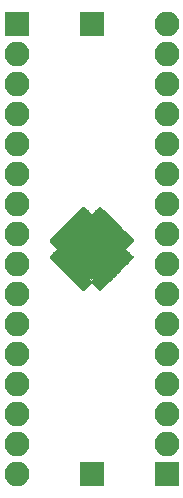
<source format=gbr>
G04 #@! TF.GenerationSoftware,KiCad,Pcbnew,(5.0.0-3-g5ebb6b6)*
G04 #@! TF.CreationDate,2019-01-26T00:41:44+00:00*
G04 #@! TF.ProjectId,QFN32,51464E33322E6B696361645F70636200,rev?*
G04 #@! TF.SameCoordinates,Original*
G04 #@! TF.FileFunction,Soldermask,Top*
G04 #@! TF.FilePolarity,Negative*
%FSLAX46Y46*%
G04 Gerber Fmt 4.6, Leading zero omitted, Abs format (unit mm)*
G04 Created by KiCad (PCBNEW (5.0.0-3-g5ebb6b6)) date Saturday, 26 January 2019 at 00:41:44*
%MOMM*%
%LPD*%
G01*
G04 APERTURE LIST*
%ADD10R,2.100000X2.100000*%
%ADD11O,2.100000X2.100000*%
%ADD12C,0.100000*%
%ADD13C,3.850000*%
%ADD14C,0.650000*%
G04 APERTURE END LIST*
D10*
G04 #@! TO.C,J1*
X135890000Y-114300000D03*
G04 #@! TD*
G04 #@! TO.C,J2*
X135890000Y-76200000D03*
G04 #@! TD*
G04 #@! TO.C,J3*
X129540000Y-76200000D03*
D11*
X129540000Y-78740000D03*
X129540000Y-81280000D03*
X129540000Y-83820000D03*
X129540000Y-86360000D03*
X129540000Y-88900000D03*
X129540000Y-91440000D03*
X129540000Y-93980000D03*
X129540000Y-96520000D03*
X129540000Y-99060000D03*
X129540000Y-101600000D03*
X129540000Y-104140000D03*
X129540000Y-106680000D03*
X129540000Y-109220000D03*
X129540000Y-111760000D03*
X129540000Y-114300000D03*
G04 #@! TD*
G04 #@! TO.C,J4*
X142240000Y-76200000D03*
X142240000Y-78740000D03*
X142240000Y-81280000D03*
X142240000Y-83820000D03*
X142240000Y-86360000D03*
X142240000Y-88900000D03*
X142240000Y-91440000D03*
X142240000Y-93980000D03*
X142240000Y-96520000D03*
X142240000Y-99060000D03*
X142240000Y-101600000D03*
X142240000Y-104140000D03*
X142240000Y-106680000D03*
X142240000Y-109220000D03*
X142240000Y-111760000D03*
D10*
X142240000Y-114300000D03*
G04 #@! TD*
D12*
G04 #@! TO.C,U1*
G36*
X135917345Y-92644542D02*
X135944427Y-92648560D01*
X135970985Y-92655212D01*
X135996763Y-92664436D01*
X136021513Y-92676141D01*
X136044996Y-92690217D01*
X136066987Y-92706526D01*
X136087273Y-92724912D01*
X138415088Y-95052727D01*
X138433474Y-95073013D01*
X138449783Y-95095004D01*
X138463859Y-95118487D01*
X138475564Y-95143237D01*
X138484788Y-95169015D01*
X138491440Y-95195573D01*
X138495458Y-95222655D01*
X138496801Y-95250000D01*
X138495458Y-95277345D01*
X138491440Y-95304427D01*
X138484788Y-95330985D01*
X138475564Y-95356763D01*
X138463859Y-95381513D01*
X138449783Y-95404996D01*
X138433474Y-95426987D01*
X138415088Y-95447273D01*
X136087273Y-97775088D01*
X136066987Y-97793474D01*
X136044996Y-97809783D01*
X136021513Y-97823859D01*
X135996763Y-97835564D01*
X135970985Y-97844788D01*
X135944427Y-97851440D01*
X135917345Y-97855458D01*
X135890000Y-97856801D01*
X135862655Y-97855458D01*
X135835573Y-97851440D01*
X135809015Y-97844788D01*
X135783237Y-97835564D01*
X135758487Y-97823859D01*
X135735004Y-97809783D01*
X135713013Y-97793474D01*
X135692727Y-97775088D01*
X133364912Y-95447273D01*
X133346526Y-95426987D01*
X133330217Y-95404996D01*
X133316141Y-95381513D01*
X133304436Y-95356763D01*
X133295212Y-95330985D01*
X133288560Y-95304427D01*
X133284542Y-95277345D01*
X133283199Y-95250000D01*
X133284542Y-95222655D01*
X133288560Y-95195573D01*
X133295212Y-95169015D01*
X133304436Y-95143237D01*
X133316141Y-95118487D01*
X133330217Y-95095004D01*
X133346526Y-95073013D01*
X133364912Y-95052727D01*
X135692727Y-92724912D01*
X135713013Y-92706526D01*
X135735004Y-92690217D01*
X135758487Y-92676141D01*
X135783237Y-92664436D01*
X135809015Y-92655212D01*
X135835573Y-92648560D01*
X135862655Y-92644542D01*
X135890000Y-92643199D01*
X135917345Y-92644542D01*
X135917345Y-92644542D01*
G37*
D13*
X135890000Y-95250000D03*
D12*
G36*
X135198821Y-91676492D02*
X135214595Y-91678832D01*
X135230064Y-91682707D01*
X135245079Y-91688080D01*
X135259495Y-91694898D01*
X135273173Y-91703096D01*
X135285982Y-91712596D01*
X135297798Y-91723305D01*
X135898839Y-92324346D01*
X135909548Y-92336162D01*
X135919048Y-92348971D01*
X135927246Y-92362649D01*
X135934064Y-92377065D01*
X135939437Y-92392080D01*
X135943312Y-92407549D01*
X135945652Y-92423323D01*
X135946434Y-92439251D01*
X135945652Y-92455179D01*
X135943312Y-92470953D01*
X135939437Y-92486422D01*
X135934064Y-92501437D01*
X135927246Y-92515853D01*
X135919048Y-92529531D01*
X135909548Y-92542340D01*
X135898839Y-92554156D01*
X135669030Y-92783965D01*
X135657214Y-92794674D01*
X135644405Y-92804174D01*
X135630727Y-92812372D01*
X135616311Y-92819190D01*
X135601296Y-92824563D01*
X135585827Y-92828438D01*
X135570053Y-92830778D01*
X135554125Y-92831560D01*
X135538197Y-92830778D01*
X135522423Y-92828438D01*
X135506954Y-92824563D01*
X135491939Y-92819190D01*
X135477523Y-92812372D01*
X135463845Y-92804174D01*
X135451036Y-92794674D01*
X135439220Y-92783965D01*
X134838179Y-92182924D01*
X134827470Y-92171108D01*
X134817970Y-92158299D01*
X134809772Y-92144621D01*
X134802954Y-92130205D01*
X134797581Y-92115190D01*
X134793706Y-92099721D01*
X134791366Y-92083947D01*
X134790584Y-92068019D01*
X134791366Y-92052091D01*
X134793706Y-92036317D01*
X134797581Y-92020848D01*
X134802954Y-92005833D01*
X134809772Y-91991417D01*
X134817970Y-91977739D01*
X134827470Y-91964930D01*
X134838179Y-91953114D01*
X135067988Y-91723305D01*
X135079804Y-91712596D01*
X135092613Y-91703096D01*
X135106291Y-91694898D01*
X135120707Y-91688080D01*
X135135722Y-91682707D01*
X135151191Y-91678832D01*
X135166965Y-91676492D01*
X135182893Y-91675710D01*
X135198821Y-91676492D01*
X135198821Y-91676492D01*
G37*
D14*
X135368509Y-92253635D03*
D12*
G36*
X134845267Y-92030045D02*
X134861041Y-92032385D01*
X134876510Y-92036260D01*
X134891525Y-92041633D01*
X134905941Y-92048451D01*
X134919619Y-92056649D01*
X134932428Y-92066149D01*
X134944244Y-92076858D01*
X135545285Y-92677899D01*
X135555994Y-92689715D01*
X135565494Y-92702524D01*
X135573692Y-92716202D01*
X135580510Y-92730618D01*
X135585883Y-92745633D01*
X135589758Y-92761102D01*
X135592098Y-92776876D01*
X135592880Y-92792804D01*
X135592098Y-92808732D01*
X135589758Y-92824506D01*
X135585883Y-92839975D01*
X135580510Y-92854990D01*
X135573692Y-92869406D01*
X135565494Y-92883084D01*
X135555994Y-92895893D01*
X135545285Y-92907709D01*
X135315476Y-93137518D01*
X135303660Y-93148227D01*
X135290851Y-93157727D01*
X135277173Y-93165925D01*
X135262757Y-93172743D01*
X135247742Y-93178116D01*
X135232273Y-93181991D01*
X135216499Y-93184331D01*
X135200571Y-93185113D01*
X135184643Y-93184331D01*
X135168869Y-93181991D01*
X135153400Y-93178116D01*
X135138385Y-93172743D01*
X135123969Y-93165925D01*
X135110291Y-93157727D01*
X135097482Y-93148227D01*
X135085666Y-93137518D01*
X134484625Y-92536477D01*
X134473916Y-92524661D01*
X134464416Y-92511852D01*
X134456218Y-92498174D01*
X134449400Y-92483758D01*
X134444027Y-92468743D01*
X134440152Y-92453274D01*
X134437812Y-92437500D01*
X134437030Y-92421572D01*
X134437812Y-92405644D01*
X134440152Y-92389870D01*
X134444027Y-92374401D01*
X134449400Y-92359386D01*
X134456218Y-92344970D01*
X134464416Y-92331292D01*
X134473916Y-92318483D01*
X134484625Y-92306667D01*
X134714434Y-92076858D01*
X134726250Y-92066149D01*
X134739059Y-92056649D01*
X134752737Y-92048451D01*
X134767153Y-92041633D01*
X134782168Y-92036260D01*
X134797637Y-92032385D01*
X134813411Y-92030045D01*
X134829339Y-92029263D01*
X134845267Y-92030045D01*
X134845267Y-92030045D01*
G37*
D14*
X135014955Y-92607188D03*
D12*
G36*
X134491714Y-92383599D02*
X134507488Y-92385939D01*
X134522957Y-92389814D01*
X134537972Y-92395187D01*
X134552388Y-92402005D01*
X134566066Y-92410203D01*
X134578875Y-92419703D01*
X134590691Y-92430412D01*
X135191732Y-93031453D01*
X135202441Y-93043269D01*
X135211941Y-93056078D01*
X135220139Y-93069756D01*
X135226957Y-93084172D01*
X135232330Y-93099187D01*
X135236205Y-93114656D01*
X135238545Y-93130430D01*
X135239327Y-93146358D01*
X135238545Y-93162286D01*
X135236205Y-93178060D01*
X135232330Y-93193529D01*
X135226957Y-93208544D01*
X135220139Y-93222960D01*
X135211941Y-93236638D01*
X135202441Y-93249447D01*
X135191732Y-93261263D01*
X134961923Y-93491072D01*
X134950107Y-93501781D01*
X134937298Y-93511281D01*
X134923620Y-93519479D01*
X134909204Y-93526297D01*
X134894189Y-93531670D01*
X134878720Y-93535545D01*
X134862946Y-93537885D01*
X134847018Y-93538667D01*
X134831090Y-93537885D01*
X134815316Y-93535545D01*
X134799847Y-93531670D01*
X134784832Y-93526297D01*
X134770416Y-93519479D01*
X134756738Y-93511281D01*
X134743929Y-93501781D01*
X134732113Y-93491072D01*
X134131072Y-92890031D01*
X134120363Y-92878215D01*
X134110863Y-92865406D01*
X134102665Y-92851728D01*
X134095847Y-92837312D01*
X134090474Y-92822297D01*
X134086599Y-92806828D01*
X134084259Y-92791054D01*
X134083477Y-92775126D01*
X134084259Y-92759198D01*
X134086599Y-92743424D01*
X134090474Y-92727955D01*
X134095847Y-92712940D01*
X134102665Y-92698524D01*
X134110863Y-92684846D01*
X134120363Y-92672037D01*
X134131072Y-92660221D01*
X134360881Y-92430412D01*
X134372697Y-92419703D01*
X134385506Y-92410203D01*
X134399184Y-92402005D01*
X134413600Y-92395187D01*
X134428615Y-92389814D01*
X134444084Y-92385939D01*
X134459858Y-92383599D01*
X134475786Y-92382817D01*
X134491714Y-92383599D01*
X134491714Y-92383599D01*
G37*
D14*
X134661402Y-92960742D03*
D12*
G36*
X134138161Y-92737152D02*
X134153935Y-92739492D01*
X134169404Y-92743367D01*
X134184419Y-92748740D01*
X134198835Y-92755558D01*
X134212513Y-92763756D01*
X134225322Y-92773256D01*
X134237138Y-92783965D01*
X134838179Y-93385006D01*
X134848888Y-93396822D01*
X134858388Y-93409631D01*
X134866586Y-93423309D01*
X134873404Y-93437725D01*
X134878777Y-93452740D01*
X134882652Y-93468209D01*
X134884992Y-93483983D01*
X134885774Y-93499911D01*
X134884992Y-93515839D01*
X134882652Y-93531613D01*
X134878777Y-93547082D01*
X134873404Y-93562097D01*
X134866586Y-93576513D01*
X134858388Y-93590191D01*
X134848888Y-93603000D01*
X134838179Y-93614816D01*
X134608370Y-93844625D01*
X134596554Y-93855334D01*
X134583745Y-93864834D01*
X134570067Y-93873032D01*
X134555651Y-93879850D01*
X134540636Y-93885223D01*
X134525167Y-93889098D01*
X134509393Y-93891438D01*
X134493465Y-93892220D01*
X134477537Y-93891438D01*
X134461763Y-93889098D01*
X134446294Y-93885223D01*
X134431279Y-93879850D01*
X134416863Y-93873032D01*
X134403185Y-93864834D01*
X134390376Y-93855334D01*
X134378560Y-93844625D01*
X133777519Y-93243584D01*
X133766810Y-93231768D01*
X133757310Y-93218959D01*
X133749112Y-93205281D01*
X133742294Y-93190865D01*
X133736921Y-93175850D01*
X133733046Y-93160381D01*
X133730706Y-93144607D01*
X133729924Y-93128679D01*
X133730706Y-93112751D01*
X133733046Y-93096977D01*
X133736921Y-93081508D01*
X133742294Y-93066493D01*
X133749112Y-93052077D01*
X133757310Y-93038399D01*
X133766810Y-93025590D01*
X133777519Y-93013774D01*
X134007328Y-92783965D01*
X134019144Y-92773256D01*
X134031953Y-92763756D01*
X134045631Y-92755558D01*
X134060047Y-92748740D01*
X134075062Y-92743367D01*
X134090531Y-92739492D01*
X134106305Y-92737152D01*
X134122233Y-92736370D01*
X134138161Y-92737152D01*
X134138161Y-92737152D01*
G37*
D14*
X134307849Y-93314295D03*
D12*
G36*
X133784607Y-93090706D02*
X133800381Y-93093046D01*
X133815850Y-93096921D01*
X133830865Y-93102294D01*
X133845281Y-93109112D01*
X133858959Y-93117310D01*
X133871768Y-93126810D01*
X133883584Y-93137519D01*
X134484625Y-93738560D01*
X134495334Y-93750376D01*
X134504834Y-93763185D01*
X134513032Y-93776863D01*
X134519850Y-93791279D01*
X134525223Y-93806294D01*
X134529098Y-93821763D01*
X134531438Y-93837537D01*
X134532220Y-93853465D01*
X134531438Y-93869393D01*
X134529098Y-93885167D01*
X134525223Y-93900636D01*
X134519850Y-93915651D01*
X134513032Y-93930067D01*
X134504834Y-93943745D01*
X134495334Y-93956554D01*
X134484625Y-93968370D01*
X134254816Y-94198179D01*
X134243000Y-94208888D01*
X134230191Y-94218388D01*
X134216513Y-94226586D01*
X134202097Y-94233404D01*
X134187082Y-94238777D01*
X134171613Y-94242652D01*
X134155839Y-94244992D01*
X134139911Y-94245774D01*
X134123983Y-94244992D01*
X134108209Y-94242652D01*
X134092740Y-94238777D01*
X134077725Y-94233404D01*
X134063309Y-94226586D01*
X134049631Y-94218388D01*
X134036822Y-94208888D01*
X134025006Y-94198179D01*
X133423965Y-93597138D01*
X133413256Y-93585322D01*
X133403756Y-93572513D01*
X133395558Y-93558835D01*
X133388740Y-93544419D01*
X133383367Y-93529404D01*
X133379492Y-93513935D01*
X133377152Y-93498161D01*
X133376370Y-93482233D01*
X133377152Y-93466305D01*
X133379492Y-93450531D01*
X133383367Y-93435062D01*
X133388740Y-93420047D01*
X133395558Y-93405631D01*
X133403756Y-93391953D01*
X133413256Y-93379144D01*
X133423965Y-93367328D01*
X133653774Y-93137519D01*
X133665590Y-93126810D01*
X133678399Y-93117310D01*
X133692077Y-93109112D01*
X133706493Y-93102294D01*
X133721508Y-93096921D01*
X133736977Y-93093046D01*
X133752751Y-93090706D01*
X133768679Y-93089924D01*
X133784607Y-93090706D01*
X133784607Y-93090706D01*
G37*
D14*
X133954295Y-93667849D03*
D12*
G36*
X133431054Y-93444259D02*
X133446828Y-93446599D01*
X133462297Y-93450474D01*
X133477312Y-93455847D01*
X133491728Y-93462665D01*
X133505406Y-93470863D01*
X133518215Y-93480363D01*
X133530031Y-93491072D01*
X134131072Y-94092113D01*
X134141781Y-94103929D01*
X134151281Y-94116738D01*
X134159479Y-94130416D01*
X134166297Y-94144832D01*
X134171670Y-94159847D01*
X134175545Y-94175316D01*
X134177885Y-94191090D01*
X134178667Y-94207018D01*
X134177885Y-94222946D01*
X134175545Y-94238720D01*
X134171670Y-94254189D01*
X134166297Y-94269204D01*
X134159479Y-94283620D01*
X134151281Y-94297298D01*
X134141781Y-94310107D01*
X134131072Y-94321923D01*
X133901263Y-94551732D01*
X133889447Y-94562441D01*
X133876638Y-94571941D01*
X133862960Y-94580139D01*
X133848544Y-94586957D01*
X133833529Y-94592330D01*
X133818060Y-94596205D01*
X133802286Y-94598545D01*
X133786358Y-94599327D01*
X133770430Y-94598545D01*
X133754656Y-94596205D01*
X133739187Y-94592330D01*
X133724172Y-94586957D01*
X133709756Y-94580139D01*
X133696078Y-94571941D01*
X133683269Y-94562441D01*
X133671453Y-94551732D01*
X133070412Y-93950691D01*
X133059703Y-93938875D01*
X133050203Y-93926066D01*
X133042005Y-93912388D01*
X133035187Y-93897972D01*
X133029814Y-93882957D01*
X133025939Y-93867488D01*
X133023599Y-93851714D01*
X133022817Y-93835786D01*
X133023599Y-93819858D01*
X133025939Y-93804084D01*
X133029814Y-93788615D01*
X133035187Y-93773600D01*
X133042005Y-93759184D01*
X133050203Y-93745506D01*
X133059703Y-93732697D01*
X133070412Y-93720881D01*
X133300221Y-93491072D01*
X133312037Y-93480363D01*
X133324846Y-93470863D01*
X133338524Y-93462665D01*
X133352940Y-93455847D01*
X133367955Y-93450474D01*
X133383424Y-93446599D01*
X133399198Y-93444259D01*
X133415126Y-93443477D01*
X133431054Y-93444259D01*
X133431054Y-93444259D01*
G37*
D14*
X133600742Y-94021402D03*
D12*
G36*
X133077500Y-93797812D02*
X133093274Y-93800152D01*
X133108743Y-93804027D01*
X133123758Y-93809400D01*
X133138174Y-93816218D01*
X133151852Y-93824416D01*
X133164661Y-93833916D01*
X133176477Y-93844625D01*
X133777518Y-94445666D01*
X133788227Y-94457482D01*
X133797727Y-94470291D01*
X133805925Y-94483969D01*
X133812743Y-94498385D01*
X133818116Y-94513400D01*
X133821991Y-94528869D01*
X133824331Y-94544643D01*
X133825113Y-94560571D01*
X133824331Y-94576499D01*
X133821991Y-94592273D01*
X133818116Y-94607742D01*
X133812743Y-94622757D01*
X133805925Y-94637173D01*
X133797727Y-94650851D01*
X133788227Y-94663660D01*
X133777518Y-94675476D01*
X133547709Y-94905285D01*
X133535893Y-94915994D01*
X133523084Y-94925494D01*
X133509406Y-94933692D01*
X133494990Y-94940510D01*
X133479975Y-94945883D01*
X133464506Y-94949758D01*
X133448732Y-94952098D01*
X133432804Y-94952880D01*
X133416876Y-94952098D01*
X133401102Y-94949758D01*
X133385633Y-94945883D01*
X133370618Y-94940510D01*
X133356202Y-94933692D01*
X133342524Y-94925494D01*
X133329715Y-94915994D01*
X133317899Y-94905285D01*
X132716858Y-94304244D01*
X132706149Y-94292428D01*
X132696649Y-94279619D01*
X132688451Y-94265941D01*
X132681633Y-94251525D01*
X132676260Y-94236510D01*
X132672385Y-94221041D01*
X132670045Y-94205267D01*
X132669263Y-94189339D01*
X132670045Y-94173411D01*
X132672385Y-94157637D01*
X132676260Y-94142168D01*
X132681633Y-94127153D01*
X132688451Y-94112737D01*
X132696649Y-94099059D01*
X132706149Y-94086250D01*
X132716858Y-94074434D01*
X132946667Y-93844625D01*
X132958483Y-93833916D01*
X132971292Y-93824416D01*
X132984970Y-93816218D01*
X132999386Y-93809400D01*
X133014401Y-93804027D01*
X133029870Y-93800152D01*
X133045644Y-93797812D01*
X133061572Y-93797030D01*
X133077500Y-93797812D01*
X133077500Y-93797812D01*
G37*
D14*
X133247188Y-94374955D03*
D12*
G36*
X132723947Y-94151366D02*
X132739721Y-94153706D01*
X132755190Y-94157581D01*
X132770205Y-94162954D01*
X132784621Y-94169772D01*
X132798299Y-94177970D01*
X132811108Y-94187470D01*
X132822924Y-94198179D01*
X133423965Y-94799220D01*
X133434674Y-94811036D01*
X133444174Y-94823845D01*
X133452372Y-94837523D01*
X133459190Y-94851939D01*
X133464563Y-94866954D01*
X133468438Y-94882423D01*
X133470778Y-94898197D01*
X133471560Y-94914125D01*
X133470778Y-94930053D01*
X133468438Y-94945827D01*
X133464563Y-94961296D01*
X133459190Y-94976311D01*
X133452372Y-94990727D01*
X133444174Y-95004405D01*
X133434674Y-95017214D01*
X133423965Y-95029030D01*
X133194156Y-95258839D01*
X133182340Y-95269548D01*
X133169531Y-95279048D01*
X133155853Y-95287246D01*
X133141437Y-95294064D01*
X133126422Y-95299437D01*
X133110953Y-95303312D01*
X133095179Y-95305652D01*
X133079251Y-95306434D01*
X133063323Y-95305652D01*
X133047549Y-95303312D01*
X133032080Y-95299437D01*
X133017065Y-95294064D01*
X133002649Y-95287246D01*
X132988971Y-95279048D01*
X132976162Y-95269548D01*
X132964346Y-95258839D01*
X132363305Y-94657798D01*
X132352596Y-94645982D01*
X132343096Y-94633173D01*
X132334898Y-94619495D01*
X132328080Y-94605079D01*
X132322707Y-94590064D01*
X132318832Y-94574595D01*
X132316492Y-94558821D01*
X132315710Y-94542893D01*
X132316492Y-94526965D01*
X132318832Y-94511191D01*
X132322707Y-94495722D01*
X132328080Y-94480707D01*
X132334898Y-94466291D01*
X132343096Y-94452613D01*
X132352596Y-94439804D01*
X132363305Y-94427988D01*
X132593114Y-94198179D01*
X132604930Y-94187470D01*
X132617739Y-94177970D01*
X132631417Y-94169772D01*
X132645833Y-94162954D01*
X132660848Y-94157581D01*
X132676317Y-94153706D01*
X132692091Y-94151366D01*
X132708019Y-94150584D01*
X132723947Y-94151366D01*
X132723947Y-94151366D01*
G37*
D14*
X132893635Y-94728509D03*
D12*
G36*
X133095179Y-95194348D02*
X133110953Y-95196688D01*
X133126422Y-95200563D01*
X133141437Y-95205936D01*
X133155853Y-95212754D01*
X133169531Y-95220952D01*
X133182340Y-95230452D01*
X133194156Y-95241161D01*
X133423965Y-95470970D01*
X133434674Y-95482786D01*
X133444174Y-95495595D01*
X133452372Y-95509273D01*
X133459190Y-95523689D01*
X133464563Y-95538704D01*
X133468438Y-95554173D01*
X133470778Y-95569947D01*
X133471560Y-95585875D01*
X133470778Y-95601803D01*
X133468438Y-95617577D01*
X133464563Y-95633046D01*
X133459190Y-95648061D01*
X133452372Y-95662477D01*
X133444174Y-95676155D01*
X133434674Y-95688964D01*
X133423965Y-95700780D01*
X132822924Y-96301821D01*
X132811108Y-96312530D01*
X132798299Y-96322030D01*
X132784621Y-96330228D01*
X132770205Y-96337046D01*
X132755190Y-96342419D01*
X132739721Y-96346294D01*
X132723947Y-96348634D01*
X132708019Y-96349416D01*
X132692091Y-96348634D01*
X132676317Y-96346294D01*
X132660848Y-96342419D01*
X132645833Y-96337046D01*
X132631417Y-96330228D01*
X132617739Y-96322030D01*
X132604930Y-96312530D01*
X132593114Y-96301821D01*
X132363305Y-96072012D01*
X132352596Y-96060196D01*
X132343096Y-96047387D01*
X132334898Y-96033709D01*
X132328080Y-96019293D01*
X132322707Y-96004278D01*
X132318832Y-95988809D01*
X132316492Y-95973035D01*
X132315710Y-95957107D01*
X132316492Y-95941179D01*
X132318832Y-95925405D01*
X132322707Y-95909936D01*
X132328080Y-95894921D01*
X132334898Y-95880505D01*
X132343096Y-95866827D01*
X132352596Y-95854018D01*
X132363305Y-95842202D01*
X132964346Y-95241161D01*
X132976162Y-95230452D01*
X132988971Y-95220952D01*
X133002649Y-95212754D01*
X133017065Y-95205936D01*
X133032080Y-95200563D01*
X133047549Y-95196688D01*
X133063323Y-95194348D01*
X133079251Y-95193566D01*
X133095179Y-95194348D01*
X133095179Y-95194348D01*
G37*
D14*
X132893635Y-95771491D03*
D12*
G36*
X133448732Y-95547902D02*
X133464506Y-95550242D01*
X133479975Y-95554117D01*
X133494990Y-95559490D01*
X133509406Y-95566308D01*
X133523084Y-95574506D01*
X133535893Y-95584006D01*
X133547709Y-95594715D01*
X133777518Y-95824524D01*
X133788227Y-95836340D01*
X133797727Y-95849149D01*
X133805925Y-95862827D01*
X133812743Y-95877243D01*
X133818116Y-95892258D01*
X133821991Y-95907727D01*
X133824331Y-95923501D01*
X133825113Y-95939429D01*
X133824331Y-95955357D01*
X133821991Y-95971131D01*
X133818116Y-95986600D01*
X133812743Y-96001615D01*
X133805925Y-96016031D01*
X133797727Y-96029709D01*
X133788227Y-96042518D01*
X133777518Y-96054334D01*
X133176477Y-96655375D01*
X133164661Y-96666084D01*
X133151852Y-96675584D01*
X133138174Y-96683782D01*
X133123758Y-96690600D01*
X133108743Y-96695973D01*
X133093274Y-96699848D01*
X133077500Y-96702188D01*
X133061572Y-96702970D01*
X133045644Y-96702188D01*
X133029870Y-96699848D01*
X133014401Y-96695973D01*
X132999386Y-96690600D01*
X132984970Y-96683782D01*
X132971292Y-96675584D01*
X132958483Y-96666084D01*
X132946667Y-96655375D01*
X132716858Y-96425566D01*
X132706149Y-96413750D01*
X132696649Y-96400941D01*
X132688451Y-96387263D01*
X132681633Y-96372847D01*
X132676260Y-96357832D01*
X132672385Y-96342363D01*
X132670045Y-96326589D01*
X132669263Y-96310661D01*
X132670045Y-96294733D01*
X132672385Y-96278959D01*
X132676260Y-96263490D01*
X132681633Y-96248475D01*
X132688451Y-96234059D01*
X132696649Y-96220381D01*
X132706149Y-96207572D01*
X132716858Y-96195756D01*
X133317899Y-95594715D01*
X133329715Y-95584006D01*
X133342524Y-95574506D01*
X133356202Y-95566308D01*
X133370618Y-95559490D01*
X133385633Y-95554117D01*
X133401102Y-95550242D01*
X133416876Y-95547902D01*
X133432804Y-95547120D01*
X133448732Y-95547902D01*
X133448732Y-95547902D01*
G37*
D14*
X133247188Y-96125045D03*
D12*
G36*
X133802286Y-95901455D02*
X133818060Y-95903795D01*
X133833529Y-95907670D01*
X133848544Y-95913043D01*
X133862960Y-95919861D01*
X133876638Y-95928059D01*
X133889447Y-95937559D01*
X133901263Y-95948268D01*
X134131072Y-96178077D01*
X134141781Y-96189893D01*
X134151281Y-96202702D01*
X134159479Y-96216380D01*
X134166297Y-96230796D01*
X134171670Y-96245811D01*
X134175545Y-96261280D01*
X134177885Y-96277054D01*
X134178667Y-96292982D01*
X134177885Y-96308910D01*
X134175545Y-96324684D01*
X134171670Y-96340153D01*
X134166297Y-96355168D01*
X134159479Y-96369584D01*
X134151281Y-96383262D01*
X134141781Y-96396071D01*
X134131072Y-96407887D01*
X133530031Y-97008928D01*
X133518215Y-97019637D01*
X133505406Y-97029137D01*
X133491728Y-97037335D01*
X133477312Y-97044153D01*
X133462297Y-97049526D01*
X133446828Y-97053401D01*
X133431054Y-97055741D01*
X133415126Y-97056523D01*
X133399198Y-97055741D01*
X133383424Y-97053401D01*
X133367955Y-97049526D01*
X133352940Y-97044153D01*
X133338524Y-97037335D01*
X133324846Y-97029137D01*
X133312037Y-97019637D01*
X133300221Y-97008928D01*
X133070412Y-96779119D01*
X133059703Y-96767303D01*
X133050203Y-96754494D01*
X133042005Y-96740816D01*
X133035187Y-96726400D01*
X133029814Y-96711385D01*
X133025939Y-96695916D01*
X133023599Y-96680142D01*
X133022817Y-96664214D01*
X133023599Y-96648286D01*
X133025939Y-96632512D01*
X133029814Y-96617043D01*
X133035187Y-96602028D01*
X133042005Y-96587612D01*
X133050203Y-96573934D01*
X133059703Y-96561125D01*
X133070412Y-96549309D01*
X133671453Y-95948268D01*
X133683269Y-95937559D01*
X133696078Y-95928059D01*
X133709756Y-95919861D01*
X133724172Y-95913043D01*
X133739187Y-95907670D01*
X133754656Y-95903795D01*
X133770430Y-95901455D01*
X133786358Y-95900673D01*
X133802286Y-95901455D01*
X133802286Y-95901455D01*
G37*
D14*
X133600742Y-96478598D03*
D12*
G36*
X134155839Y-96255008D02*
X134171613Y-96257348D01*
X134187082Y-96261223D01*
X134202097Y-96266596D01*
X134216513Y-96273414D01*
X134230191Y-96281612D01*
X134243000Y-96291112D01*
X134254816Y-96301821D01*
X134484625Y-96531630D01*
X134495334Y-96543446D01*
X134504834Y-96556255D01*
X134513032Y-96569933D01*
X134519850Y-96584349D01*
X134525223Y-96599364D01*
X134529098Y-96614833D01*
X134531438Y-96630607D01*
X134532220Y-96646535D01*
X134531438Y-96662463D01*
X134529098Y-96678237D01*
X134525223Y-96693706D01*
X134519850Y-96708721D01*
X134513032Y-96723137D01*
X134504834Y-96736815D01*
X134495334Y-96749624D01*
X134484625Y-96761440D01*
X133883584Y-97362481D01*
X133871768Y-97373190D01*
X133858959Y-97382690D01*
X133845281Y-97390888D01*
X133830865Y-97397706D01*
X133815850Y-97403079D01*
X133800381Y-97406954D01*
X133784607Y-97409294D01*
X133768679Y-97410076D01*
X133752751Y-97409294D01*
X133736977Y-97406954D01*
X133721508Y-97403079D01*
X133706493Y-97397706D01*
X133692077Y-97390888D01*
X133678399Y-97382690D01*
X133665590Y-97373190D01*
X133653774Y-97362481D01*
X133423965Y-97132672D01*
X133413256Y-97120856D01*
X133403756Y-97108047D01*
X133395558Y-97094369D01*
X133388740Y-97079953D01*
X133383367Y-97064938D01*
X133379492Y-97049469D01*
X133377152Y-97033695D01*
X133376370Y-97017767D01*
X133377152Y-97001839D01*
X133379492Y-96986065D01*
X133383367Y-96970596D01*
X133388740Y-96955581D01*
X133395558Y-96941165D01*
X133403756Y-96927487D01*
X133413256Y-96914678D01*
X133423965Y-96902862D01*
X134025006Y-96301821D01*
X134036822Y-96291112D01*
X134049631Y-96281612D01*
X134063309Y-96273414D01*
X134077725Y-96266596D01*
X134092740Y-96261223D01*
X134108209Y-96257348D01*
X134123983Y-96255008D01*
X134139911Y-96254226D01*
X134155839Y-96255008D01*
X134155839Y-96255008D01*
G37*
D14*
X133954295Y-96832151D03*
D12*
G36*
X134509393Y-96608562D02*
X134525167Y-96610902D01*
X134540636Y-96614777D01*
X134555651Y-96620150D01*
X134570067Y-96626968D01*
X134583745Y-96635166D01*
X134596554Y-96644666D01*
X134608370Y-96655375D01*
X134838179Y-96885184D01*
X134848888Y-96897000D01*
X134858388Y-96909809D01*
X134866586Y-96923487D01*
X134873404Y-96937903D01*
X134878777Y-96952918D01*
X134882652Y-96968387D01*
X134884992Y-96984161D01*
X134885774Y-97000089D01*
X134884992Y-97016017D01*
X134882652Y-97031791D01*
X134878777Y-97047260D01*
X134873404Y-97062275D01*
X134866586Y-97076691D01*
X134858388Y-97090369D01*
X134848888Y-97103178D01*
X134838179Y-97114994D01*
X134237138Y-97716035D01*
X134225322Y-97726744D01*
X134212513Y-97736244D01*
X134198835Y-97744442D01*
X134184419Y-97751260D01*
X134169404Y-97756633D01*
X134153935Y-97760508D01*
X134138161Y-97762848D01*
X134122233Y-97763630D01*
X134106305Y-97762848D01*
X134090531Y-97760508D01*
X134075062Y-97756633D01*
X134060047Y-97751260D01*
X134045631Y-97744442D01*
X134031953Y-97736244D01*
X134019144Y-97726744D01*
X134007328Y-97716035D01*
X133777519Y-97486226D01*
X133766810Y-97474410D01*
X133757310Y-97461601D01*
X133749112Y-97447923D01*
X133742294Y-97433507D01*
X133736921Y-97418492D01*
X133733046Y-97403023D01*
X133730706Y-97387249D01*
X133729924Y-97371321D01*
X133730706Y-97355393D01*
X133733046Y-97339619D01*
X133736921Y-97324150D01*
X133742294Y-97309135D01*
X133749112Y-97294719D01*
X133757310Y-97281041D01*
X133766810Y-97268232D01*
X133777519Y-97256416D01*
X134378560Y-96655375D01*
X134390376Y-96644666D01*
X134403185Y-96635166D01*
X134416863Y-96626968D01*
X134431279Y-96620150D01*
X134446294Y-96614777D01*
X134461763Y-96610902D01*
X134477537Y-96608562D01*
X134493465Y-96607780D01*
X134509393Y-96608562D01*
X134509393Y-96608562D01*
G37*
D14*
X134307849Y-97185705D03*
D12*
G36*
X134862946Y-96962115D02*
X134878720Y-96964455D01*
X134894189Y-96968330D01*
X134909204Y-96973703D01*
X134923620Y-96980521D01*
X134937298Y-96988719D01*
X134950107Y-96998219D01*
X134961923Y-97008928D01*
X135191732Y-97238737D01*
X135202441Y-97250553D01*
X135211941Y-97263362D01*
X135220139Y-97277040D01*
X135226957Y-97291456D01*
X135232330Y-97306471D01*
X135236205Y-97321940D01*
X135238545Y-97337714D01*
X135239327Y-97353642D01*
X135238545Y-97369570D01*
X135236205Y-97385344D01*
X135232330Y-97400813D01*
X135226957Y-97415828D01*
X135220139Y-97430244D01*
X135211941Y-97443922D01*
X135202441Y-97456731D01*
X135191732Y-97468547D01*
X134590691Y-98069588D01*
X134578875Y-98080297D01*
X134566066Y-98089797D01*
X134552388Y-98097995D01*
X134537972Y-98104813D01*
X134522957Y-98110186D01*
X134507488Y-98114061D01*
X134491714Y-98116401D01*
X134475786Y-98117183D01*
X134459858Y-98116401D01*
X134444084Y-98114061D01*
X134428615Y-98110186D01*
X134413600Y-98104813D01*
X134399184Y-98097995D01*
X134385506Y-98089797D01*
X134372697Y-98080297D01*
X134360881Y-98069588D01*
X134131072Y-97839779D01*
X134120363Y-97827963D01*
X134110863Y-97815154D01*
X134102665Y-97801476D01*
X134095847Y-97787060D01*
X134090474Y-97772045D01*
X134086599Y-97756576D01*
X134084259Y-97740802D01*
X134083477Y-97724874D01*
X134084259Y-97708946D01*
X134086599Y-97693172D01*
X134090474Y-97677703D01*
X134095847Y-97662688D01*
X134102665Y-97648272D01*
X134110863Y-97634594D01*
X134120363Y-97621785D01*
X134131072Y-97609969D01*
X134732113Y-97008928D01*
X134743929Y-96998219D01*
X134756738Y-96988719D01*
X134770416Y-96980521D01*
X134784832Y-96973703D01*
X134799847Y-96968330D01*
X134815316Y-96964455D01*
X134831090Y-96962115D01*
X134847018Y-96961333D01*
X134862946Y-96962115D01*
X134862946Y-96962115D01*
G37*
D14*
X134661402Y-97539258D03*
D12*
G36*
X135216499Y-97315669D02*
X135232273Y-97318009D01*
X135247742Y-97321884D01*
X135262757Y-97327257D01*
X135277173Y-97334075D01*
X135290851Y-97342273D01*
X135303660Y-97351773D01*
X135315476Y-97362482D01*
X135545285Y-97592291D01*
X135555994Y-97604107D01*
X135565494Y-97616916D01*
X135573692Y-97630594D01*
X135580510Y-97645010D01*
X135585883Y-97660025D01*
X135589758Y-97675494D01*
X135592098Y-97691268D01*
X135592880Y-97707196D01*
X135592098Y-97723124D01*
X135589758Y-97738898D01*
X135585883Y-97754367D01*
X135580510Y-97769382D01*
X135573692Y-97783798D01*
X135565494Y-97797476D01*
X135555994Y-97810285D01*
X135545285Y-97822101D01*
X134944244Y-98423142D01*
X134932428Y-98433851D01*
X134919619Y-98443351D01*
X134905941Y-98451549D01*
X134891525Y-98458367D01*
X134876510Y-98463740D01*
X134861041Y-98467615D01*
X134845267Y-98469955D01*
X134829339Y-98470737D01*
X134813411Y-98469955D01*
X134797637Y-98467615D01*
X134782168Y-98463740D01*
X134767153Y-98458367D01*
X134752737Y-98451549D01*
X134739059Y-98443351D01*
X134726250Y-98433851D01*
X134714434Y-98423142D01*
X134484625Y-98193333D01*
X134473916Y-98181517D01*
X134464416Y-98168708D01*
X134456218Y-98155030D01*
X134449400Y-98140614D01*
X134444027Y-98125599D01*
X134440152Y-98110130D01*
X134437812Y-98094356D01*
X134437030Y-98078428D01*
X134437812Y-98062500D01*
X134440152Y-98046726D01*
X134444027Y-98031257D01*
X134449400Y-98016242D01*
X134456218Y-98001826D01*
X134464416Y-97988148D01*
X134473916Y-97975339D01*
X134484625Y-97963523D01*
X135085666Y-97362482D01*
X135097482Y-97351773D01*
X135110291Y-97342273D01*
X135123969Y-97334075D01*
X135138385Y-97327257D01*
X135153400Y-97321884D01*
X135168869Y-97318009D01*
X135184643Y-97315669D01*
X135200571Y-97314887D01*
X135216499Y-97315669D01*
X135216499Y-97315669D01*
G37*
D14*
X135014955Y-97892812D03*
D12*
G36*
X135570053Y-97669222D02*
X135585827Y-97671562D01*
X135601296Y-97675437D01*
X135616311Y-97680810D01*
X135630727Y-97687628D01*
X135644405Y-97695826D01*
X135657214Y-97705326D01*
X135669030Y-97716035D01*
X135898839Y-97945844D01*
X135909548Y-97957660D01*
X135919048Y-97970469D01*
X135927246Y-97984147D01*
X135934064Y-97998563D01*
X135939437Y-98013578D01*
X135943312Y-98029047D01*
X135945652Y-98044821D01*
X135946434Y-98060749D01*
X135945652Y-98076677D01*
X135943312Y-98092451D01*
X135939437Y-98107920D01*
X135934064Y-98122935D01*
X135927246Y-98137351D01*
X135919048Y-98151029D01*
X135909548Y-98163838D01*
X135898839Y-98175654D01*
X135297798Y-98776695D01*
X135285982Y-98787404D01*
X135273173Y-98796904D01*
X135259495Y-98805102D01*
X135245079Y-98811920D01*
X135230064Y-98817293D01*
X135214595Y-98821168D01*
X135198821Y-98823508D01*
X135182893Y-98824290D01*
X135166965Y-98823508D01*
X135151191Y-98821168D01*
X135135722Y-98817293D01*
X135120707Y-98811920D01*
X135106291Y-98805102D01*
X135092613Y-98796904D01*
X135079804Y-98787404D01*
X135067988Y-98776695D01*
X134838179Y-98546886D01*
X134827470Y-98535070D01*
X134817970Y-98522261D01*
X134809772Y-98508583D01*
X134802954Y-98494167D01*
X134797581Y-98479152D01*
X134793706Y-98463683D01*
X134791366Y-98447909D01*
X134790584Y-98431981D01*
X134791366Y-98416053D01*
X134793706Y-98400279D01*
X134797581Y-98384810D01*
X134802954Y-98369795D01*
X134809772Y-98355379D01*
X134817970Y-98341701D01*
X134827470Y-98328892D01*
X134838179Y-98317076D01*
X135439220Y-97716035D01*
X135451036Y-97705326D01*
X135463845Y-97695826D01*
X135477523Y-97687628D01*
X135491939Y-97680810D01*
X135506954Y-97675437D01*
X135522423Y-97671562D01*
X135538197Y-97669222D01*
X135554125Y-97668440D01*
X135570053Y-97669222D01*
X135570053Y-97669222D01*
G37*
D14*
X135368509Y-98246365D03*
D12*
G36*
X136241803Y-97669222D02*
X136257577Y-97671562D01*
X136273046Y-97675437D01*
X136288061Y-97680810D01*
X136302477Y-97687628D01*
X136316155Y-97695826D01*
X136328964Y-97705326D01*
X136340780Y-97716035D01*
X136941821Y-98317076D01*
X136952530Y-98328892D01*
X136962030Y-98341701D01*
X136970228Y-98355379D01*
X136977046Y-98369795D01*
X136982419Y-98384810D01*
X136986294Y-98400279D01*
X136988634Y-98416053D01*
X136989416Y-98431981D01*
X136988634Y-98447909D01*
X136986294Y-98463683D01*
X136982419Y-98479152D01*
X136977046Y-98494167D01*
X136970228Y-98508583D01*
X136962030Y-98522261D01*
X136952530Y-98535070D01*
X136941821Y-98546886D01*
X136712012Y-98776695D01*
X136700196Y-98787404D01*
X136687387Y-98796904D01*
X136673709Y-98805102D01*
X136659293Y-98811920D01*
X136644278Y-98817293D01*
X136628809Y-98821168D01*
X136613035Y-98823508D01*
X136597107Y-98824290D01*
X136581179Y-98823508D01*
X136565405Y-98821168D01*
X136549936Y-98817293D01*
X136534921Y-98811920D01*
X136520505Y-98805102D01*
X136506827Y-98796904D01*
X136494018Y-98787404D01*
X136482202Y-98776695D01*
X135881161Y-98175654D01*
X135870452Y-98163838D01*
X135860952Y-98151029D01*
X135852754Y-98137351D01*
X135845936Y-98122935D01*
X135840563Y-98107920D01*
X135836688Y-98092451D01*
X135834348Y-98076677D01*
X135833566Y-98060749D01*
X135834348Y-98044821D01*
X135836688Y-98029047D01*
X135840563Y-98013578D01*
X135845936Y-97998563D01*
X135852754Y-97984147D01*
X135860952Y-97970469D01*
X135870452Y-97957660D01*
X135881161Y-97945844D01*
X136110970Y-97716035D01*
X136122786Y-97705326D01*
X136135595Y-97695826D01*
X136149273Y-97687628D01*
X136163689Y-97680810D01*
X136178704Y-97675437D01*
X136194173Y-97671562D01*
X136209947Y-97669222D01*
X136225875Y-97668440D01*
X136241803Y-97669222D01*
X136241803Y-97669222D01*
G37*
D14*
X136411491Y-98246365D03*
D12*
G36*
X136595357Y-97315669D02*
X136611131Y-97318009D01*
X136626600Y-97321884D01*
X136641615Y-97327257D01*
X136656031Y-97334075D01*
X136669709Y-97342273D01*
X136682518Y-97351773D01*
X136694334Y-97362482D01*
X137295375Y-97963523D01*
X137306084Y-97975339D01*
X137315584Y-97988148D01*
X137323782Y-98001826D01*
X137330600Y-98016242D01*
X137335973Y-98031257D01*
X137339848Y-98046726D01*
X137342188Y-98062500D01*
X137342970Y-98078428D01*
X137342188Y-98094356D01*
X137339848Y-98110130D01*
X137335973Y-98125599D01*
X137330600Y-98140614D01*
X137323782Y-98155030D01*
X137315584Y-98168708D01*
X137306084Y-98181517D01*
X137295375Y-98193333D01*
X137065566Y-98423142D01*
X137053750Y-98433851D01*
X137040941Y-98443351D01*
X137027263Y-98451549D01*
X137012847Y-98458367D01*
X136997832Y-98463740D01*
X136982363Y-98467615D01*
X136966589Y-98469955D01*
X136950661Y-98470737D01*
X136934733Y-98469955D01*
X136918959Y-98467615D01*
X136903490Y-98463740D01*
X136888475Y-98458367D01*
X136874059Y-98451549D01*
X136860381Y-98443351D01*
X136847572Y-98433851D01*
X136835756Y-98423142D01*
X136234715Y-97822101D01*
X136224006Y-97810285D01*
X136214506Y-97797476D01*
X136206308Y-97783798D01*
X136199490Y-97769382D01*
X136194117Y-97754367D01*
X136190242Y-97738898D01*
X136187902Y-97723124D01*
X136187120Y-97707196D01*
X136187902Y-97691268D01*
X136190242Y-97675494D01*
X136194117Y-97660025D01*
X136199490Y-97645010D01*
X136206308Y-97630594D01*
X136214506Y-97616916D01*
X136224006Y-97604107D01*
X136234715Y-97592291D01*
X136464524Y-97362482D01*
X136476340Y-97351773D01*
X136489149Y-97342273D01*
X136502827Y-97334075D01*
X136517243Y-97327257D01*
X136532258Y-97321884D01*
X136547727Y-97318009D01*
X136563501Y-97315669D01*
X136579429Y-97314887D01*
X136595357Y-97315669D01*
X136595357Y-97315669D01*
G37*
D14*
X136765045Y-97892812D03*
D12*
G36*
X136948910Y-96962115D02*
X136964684Y-96964455D01*
X136980153Y-96968330D01*
X136995168Y-96973703D01*
X137009584Y-96980521D01*
X137023262Y-96988719D01*
X137036071Y-96998219D01*
X137047887Y-97008928D01*
X137648928Y-97609969D01*
X137659637Y-97621785D01*
X137669137Y-97634594D01*
X137677335Y-97648272D01*
X137684153Y-97662688D01*
X137689526Y-97677703D01*
X137693401Y-97693172D01*
X137695741Y-97708946D01*
X137696523Y-97724874D01*
X137695741Y-97740802D01*
X137693401Y-97756576D01*
X137689526Y-97772045D01*
X137684153Y-97787060D01*
X137677335Y-97801476D01*
X137669137Y-97815154D01*
X137659637Y-97827963D01*
X137648928Y-97839779D01*
X137419119Y-98069588D01*
X137407303Y-98080297D01*
X137394494Y-98089797D01*
X137380816Y-98097995D01*
X137366400Y-98104813D01*
X137351385Y-98110186D01*
X137335916Y-98114061D01*
X137320142Y-98116401D01*
X137304214Y-98117183D01*
X137288286Y-98116401D01*
X137272512Y-98114061D01*
X137257043Y-98110186D01*
X137242028Y-98104813D01*
X137227612Y-98097995D01*
X137213934Y-98089797D01*
X137201125Y-98080297D01*
X137189309Y-98069588D01*
X136588268Y-97468547D01*
X136577559Y-97456731D01*
X136568059Y-97443922D01*
X136559861Y-97430244D01*
X136553043Y-97415828D01*
X136547670Y-97400813D01*
X136543795Y-97385344D01*
X136541455Y-97369570D01*
X136540673Y-97353642D01*
X136541455Y-97337714D01*
X136543795Y-97321940D01*
X136547670Y-97306471D01*
X136553043Y-97291456D01*
X136559861Y-97277040D01*
X136568059Y-97263362D01*
X136577559Y-97250553D01*
X136588268Y-97238737D01*
X136818077Y-97008928D01*
X136829893Y-96998219D01*
X136842702Y-96988719D01*
X136856380Y-96980521D01*
X136870796Y-96973703D01*
X136885811Y-96968330D01*
X136901280Y-96964455D01*
X136917054Y-96962115D01*
X136932982Y-96961333D01*
X136948910Y-96962115D01*
X136948910Y-96962115D01*
G37*
D14*
X137118598Y-97539258D03*
D12*
G36*
X137302463Y-96608562D02*
X137318237Y-96610902D01*
X137333706Y-96614777D01*
X137348721Y-96620150D01*
X137363137Y-96626968D01*
X137376815Y-96635166D01*
X137389624Y-96644666D01*
X137401440Y-96655375D01*
X138002481Y-97256416D01*
X138013190Y-97268232D01*
X138022690Y-97281041D01*
X138030888Y-97294719D01*
X138037706Y-97309135D01*
X138043079Y-97324150D01*
X138046954Y-97339619D01*
X138049294Y-97355393D01*
X138050076Y-97371321D01*
X138049294Y-97387249D01*
X138046954Y-97403023D01*
X138043079Y-97418492D01*
X138037706Y-97433507D01*
X138030888Y-97447923D01*
X138022690Y-97461601D01*
X138013190Y-97474410D01*
X138002481Y-97486226D01*
X137772672Y-97716035D01*
X137760856Y-97726744D01*
X137748047Y-97736244D01*
X137734369Y-97744442D01*
X137719953Y-97751260D01*
X137704938Y-97756633D01*
X137689469Y-97760508D01*
X137673695Y-97762848D01*
X137657767Y-97763630D01*
X137641839Y-97762848D01*
X137626065Y-97760508D01*
X137610596Y-97756633D01*
X137595581Y-97751260D01*
X137581165Y-97744442D01*
X137567487Y-97736244D01*
X137554678Y-97726744D01*
X137542862Y-97716035D01*
X136941821Y-97114994D01*
X136931112Y-97103178D01*
X136921612Y-97090369D01*
X136913414Y-97076691D01*
X136906596Y-97062275D01*
X136901223Y-97047260D01*
X136897348Y-97031791D01*
X136895008Y-97016017D01*
X136894226Y-97000089D01*
X136895008Y-96984161D01*
X136897348Y-96968387D01*
X136901223Y-96952918D01*
X136906596Y-96937903D01*
X136913414Y-96923487D01*
X136921612Y-96909809D01*
X136931112Y-96897000D01*
X136941821Y-96885184D01*
X137171630Y-96655375D01*
X137183446Y-96644666D01*
X137196255Y-96635166D01*
X137209933Y-96626968D01*
X137224349Y-96620150D01*
X137239364Y-96614777D01*
X137254833Y-96610902D01*
X137270607Y-96608562D01*
X137286535Y-96607780D01*
X137302463Y-96608562D01*
X137302463Y-96608562D01*
G37*
D14*
X137472151Y-97185705D03*
D12*
G36*
X137656017Y-96255008D02*
X137671791Y-96257348D01*
X137687260Y-96261223D01*
X137702275Y-96266596D01*
X137716691Y-96273414D01*
X137730369Y-96281612D01*
X137743178Y-96291112D01*
X137754994Y-96301821D01*
X138356035Y-96902862D01*
X138366744Y-96914678D01*
X138376244Y-96927487D01*
X138384442Y-96941165D01*
X138391260Y-96955581D01*
X138396633Y-96970596D01*
X138400508Y-96986065D01*
X138402848Y-97001839D01*
X138403630Y-97017767D01*
X138402848Y-97033695D01*
X138400508Y-97049469D01*
X138396633Y-97064938D01*
X138391260Y-97079953D01*
X138384442Y-97094369D01*
X138376244Y-97108047D01*
X138366744Y-97120856D01*
X138356035Y-97132672D01*
X138126226Y-97362481D01*
X138114410Y-97373190D01*
X138101601Y-97382690D01*
X138087923Y-97390888D01*
X138073507Y-97397706D01*
X138058492Y-97403079D01*
X138043023Y-97406954D01*
X138027249Y-97409294D01*
X138011321Y-97410076D01*
X137995393Y-97409294D01*
X137979619Y-97406954D01*
X137964150Y-97403079D01*
X137949135Y-97397706D01*
X137934719Y-97390888D01*
X137921041Y-97382690D01*
X137908232Y-97373190D01*
X137896416Y-97362481D01*
X137295375Y-96761440D01*
X137284666Y-96749624D01*
X137275166Y-96736815D01*
X137266968Y-96723137D01*
X137260150Y-96708721D01*
X137254777Y-96693706D01*
X137250902Y-96678237D01*
X137248562Y-96662463D01*
X137247780Y-96646535D01*
X137248562Y-96630607D01*
X137250902Y-96614833D01*
X137254777Y-96599364D01*
X137260150Y-96584349D01*
X137266968Y-96569933D01*
X137275166Y-96556255D01*
X137284666Y-96543446D01*
X137295375Y-96531630D01*
X137525184Y-96301821D01*
X137537000Y-96291112D01*
X137549809Y-96281612D01*
X137563487Y-96273414D01*
X137577903Y-96266596D01*
X137592918Y-96261223D01*
X137608387Y-96257348D01*
X137624161Y-96255008D01*
X137640089Y-96254226D01*
X137656017Y-96255008D01*
X137656017Y-96255008D01*
G37*
D14*
X137825705Y-96832151D03*
D12*
G36*
X138009570Y-95901455D02*
X138025344Y-95903795D01*
X138040813Y-95907670D01*
X138055828Y-95913043D01*
X138070244Y-95919861D01*
X138083922Y-95928059D01*
X138096731Y-95937559D01*
X138108547Y-95948268D01*
X138709588Y-96549309D01*
X138720297Y-96561125D01*
X138729797Y-96573934D01*
X138737995Y-96587612D01*
X138744813Y-96602028D01*
X138750186Y-96617043D01*
X138754061Y-96632512D01*
X138756401Y-96648286D01*
X138757183Y-96664214D01*
X138756401Y-96680142D01*
X138754061Y-96695916D01*
X138750186Y-96711385D01*
X138744813Y-96726400D01*
X138737995Y-96740816D01*
X138729797Y-96754494D01*
X138720297Y-96767303D01*
X138709588Y-96779119D01*
X138479779Y-97008928D01*
X138467963Y-97019637D01*
X138455154Y-97029137D01*
X138441476Y-97037335D01*
X138427060Y-97044153D01*
X138412045Y-97049526D01*
X138396576Y-97053401D01*
X138380802Y-97055741D01*
X138364874Y-97056523D01*
X138348946Y-97055741D01*
X138333172Y-97053401D01*
X138317703Y-97049526D01*
X138302688Y-97044153D01*
X138288272Y-97037335D01*
X138274594Y-97029137D01*
X138261785Y-97019637D01*
X138249969Y-97008928D01*
X137648928Y-96407887D01*
X137638219Y-96396071D01*
X137628719Y-96383262D01*
X137620521Y-96369584D01*
X137613703Y-96355168D01*
X137608330Y-96340153D01*
X137604455Y-96324684D01*
X137602115Y-96308910D01*
X137601333Y-96292982D01*
X137602115Y-96277054D01*
X137604455Y-96261280D01*
X137608330Y-96245811D01*
X137613703Y-96230796D01*
X137620521Y-96216380D01*
X137628719Y-96202702D01*
X137638219Y-96189893D01*
X137648928Y-96178077D01*
X137878737Y-95948268D01*
X137890553Y-95937559D01*
X137903362Y-95928059D01*
X137917040Y-95919861D01*
X137931456Y-95913043D01*
X137946471Y-95907670D01*
X137961940Y-95903795D01*
X137977714Y-95901455D01*
X137993642Y-95900673D01*
X138009570Y-95901455D01*
X138009570Y-95901455D01*
G37*
D14*
X138179258Y-96478598D03*
D12*
G36*
X138363124Y-95547902D02*
X138378898Y-95550242D01*
X138394367Y-95554117D01*
X138409382Y-95559490D01*
X138423798Y-95566308D01*
X138437476Y-95574506D01*
X138450285Y-95584006D01*
X138462101Y-95594715D01*
X139063142Y-96195756D01*
X139073851Y-96207572D01*
X139083351Y-96220381D01*
X139091549Y-96234059D01*
X139098367Y-96248475D01*
X139103740Y-96263490D01*
X139107615Y-96278959D01*
X139109955Y-96294733D01*
X139110737Y-96310661D01*
X139109955Y-96326589D01*
X139107615Y-96342363D01*
X139103740Y-96357832D01*
X139098367Y-96372847D01*
X139091549Y-96387263D01*
X139083351Y-96400941D01*
X139073851Y-96413750D01*
X139063142Y-96425566D01*
X138833333Y-96655375D01*
X138821517Y-96666084D01*
X138808708Y-96675584D01*
X138795030Y-96683782D01*
X138780614Y-96690600D01*
X138765599Y-96695973D01*
X138750130Y-96699848D01*
X138734356Y-96702188D01*
X138718428Y-96702970D01*
X138702500Y-96702188D01*
X138686726Y-96699848D01*
X138671257Y-96695973D01*
X138656242Y-96690600D01*
X138641826Y-96683782D01*
X138628148Y-96675584D01*
X138615339Y-96666084D01*
X138603523Y-96655375D01*
X138002482Y-96054334D01*
X137991773Y-96042518D01*
X137982273Y-96029709D01*
X137974075Y-96016031D01*
X137967257Y-96001615D01*
X137961884Y-95986600D01*
X137958009Y-95971131D01*
X137955669Y-95955357D01*
X137954887Y-95939429D01*
X137955669Y-95923501D01*
X137958009Y-95907727D01*
X137961884Y-95892258D01*
X137967257Y-95877243D01*
X137974075Y-95862827D01*
X137982273Y-95849149D01*
X137991773Y-95836340D01*
X138002482Y-95824524D01*
X138232291Y-95594715D01*
X138244107Y-95584006D01*
X138256916Y-95574506D01*
X138270594Y-95566308D01*
X138285010Y-95559490D01*
X138300025Y-95554117D01*
X138315494Y-95550242D01*
X138331268Y-95547902D01*
X138347196Y-95547120D01*
X138363124Y-95547902D01*
X138363124Y-95547902D01*
G37*
D14*
X138532812Y-96125045D03*
D12*
G36*
X138716677Y-95194348D02*
X138732451Y-95196688D01*
X138747920Y-95200563D01*
X138762935Y-95205936D01*
X138777351Y-95212754D01*
X138791029Y-95220952D01*
X138803838Y-95230452D01*
X138815654Y-95241161D01*
X139416695Y-95842202D01*
X139427404Y-95854018D01*
X139436904Y-95866827D01*
X139445102Y-95880505D01*
X139451920Y-95894921D01*
X139457293Y-95909936D01*
X139461168Y-95925405D01*
X139463508Y-95941179D01*
X139464290Y-95957107D01*
X139463508Y-95973035D01*
X139461168Y-95988809D01*
X139457293Y-96004278D01*
X139451920Y-96019293D01*
X139445102Y-96033709D01*
X139436904Y-96047387D01*
X139427404Y-96060196D01*
X139416695Y-96072012D01*
X139186886Y-96301821D01*
X139175070Y-96312530D01*
X139162261Y-96322030D01*
X139148583Y-96330228D01*
X139134167Y-96337046D01*
X139119152Y-96342419D01*
X139103683Y-96346294D01*
X139087909Y-96348634D01*
X139071981Y-96349416D01*
X139056053Y-96348634D01*
X139040279Y-96346294D01*
X139024810Y-96342419D01*
X139009795Y-96337046D01*
X138995379Y-96330228D01*
X138981701Y-96322030D01*
X138968892Y-96312530D01*
X138957076Y-96301821D01*
X138356035Y-95700780D01*
X138345326Y-95688964D01*
X138335826Y-95676155D01*
X138327628Y-95662477D01*
X138320810Y-95648061D01*
X138315437Y-95633046D01*
X138311562Y-95617577D01*
X138309222Y-95601803D01*
X138308440Y-95585875D01*
X138309222Y-95569947D01*
X138311562Y-95554173D01*
X138315437Y-95538704D01*
X138320810Y-95523689D01*
X138327628Y-95509273D01*
X138335826Y-95495595D01*
X138345326Y-95482786D01*
X138356035Y-95470970D01*
X138585844Y-95241161D01*
X138597660Y-95230452D01*
X138610469Y-95220952D01*
X138624147Y-95212754D01*
X138638563Y-95205936D01*
X138653578Y-95200563D01*
X138669047Y-95196688D01*
X138684821Y-95194348D01*
X138700749Y-95193566D01*
X138716677Y-95194348D01*
X138716677Y-95194348D01*
G37*
D14*
X138886365Y-95771491D03*
D12*
G36*
X139087909Y-94151366D02*
X139103683Y-94153706D01*
X139119152Y-94157581D01*
X139134167Y-94162954D01*
X139148583Y-94169772D01*
X139162261Y-94177970D01*
X139175070Y-94187470D01*
X139186886Y-94198179D01*
X139416695Y-94427988D01*
X139427404Y-94439804D01*
X139436904Y-94452613D01*
X139445102Y-94466291D01*
X139451920Y-94480707D01*
X139457293Y-94495722D01*
X139461168Y-94511191D01*
X139463508Y-94526965D01*
X139464290Y-94542893D01*
X139463508Y-94558821D01*
X139461168Y-94574595D01*
X139457293Y-94590064D01*
X139451920Y-94605079D01*
X139445102Y-94619495D01*
X139436904Y-94633173D01*
X139427404Y-94645982D01*
X139416695Y-94657798D01*
X138815654Y-95258839D01*
X138803838Y-95269548D01*
X138791029Y-95279048D01*
X138777351Y-95287246D01*
X138762935Y-95294064D01*
X138747920Y-95299437D01*
X138732451Y-95303312D01*
X138716677Y-95305652D01*
X138700749Y-95306434D01*
X138684821Y-95305652D01*
X138669047Y-95303312D01*
X138653578Y-95299437D01*
X138638563Y-95294064D01*
X138624147Y-95287246D01*
X138610469Y-95279048D01*
X138597660Y-95269548D01*
X138585844Y-95258839D01*
X138356035Y-95029030D01*
X138345326Y-95017214D01*
X138335826Y-95004405D01*
X138327628Y-94990727D01*
X138320810Y-94976311D01*
X138315437Y-94961296D01*
X138311562Y-94945827D01*
X138309222Y-94930053D01*
X138308440Y-94914125D01*
X138309222Y-94898197D01*
X138311562Y-94882423D01*
X138315437Y-94866954D01*
X138320810Y-94851939D01*
X138327628Y-94837523D01*
X138335826Y-94823845D01*
X138345326Y-94811036D01*
X138356035Y-94799220D01*
X138957076Y-94198179D01*
X138968892Y-94187470D01*
X138981701Y-94177970D01*
X138995379Y-94169772D01*
X139009795Y-94162954D01*
X139024810Y-94157581D01*
X139040279Y-94153706D01*
X139056053Y-94151366D01*
X139071981Y-94150584D01*
X139087909Y-94151366D01*
X139087909Y-94151366D01*
G37*
D14*
X138886365Y-94728509D03*
D12*
G36*
X138734356Y-93797812D02*
X138750130Y-93800152D01*
X138765599Y-93804027D01*
X138780614Y-93809400D01*
X138795030Y-93816218D01*
X138808708Y-93824416D01*
X138821517Y-93833916D01*
X138833333Y-93844625D01*
X139063142Y-94074434D01*
X139073851Y-94086250D01*
X139083351Y-94099059D01*
X139091549Y-94112737D01*
X139098367Y-94127153D01*
X139103740Y-94142168D01*
X139107615Y-94157637D01*
X139109955Y-94173411D01*
X139110737Y-94189339D01*
X139109955Y-94205267D01*
X139107615Y-94221041D01*
X139103740Y-94236510D01*
X139098367Y-94251525D01*
X139091549Y-94265941D01*
X139083351Y-94279619D01*
X139073851Y-94292428D01*
X139063142Y-94304244D01*
X138462101Y-94905285D01*
X138450285Y-94915994D01*
X138437476Y-94925494D01*
X138423798Y-94933692D01*
X138409382Y-94940510D01*
X138394367Y-94945883D01*
X138378898Y-94949758D01*
X138363124Y-94952098D01*
X138347196Y-94952880D01*
X138331268Y-94952098D01*
X138315494Y-94949758D01*
X138300025Y-94945883D01*
X138285010Y-94940510D01*
X138270594Y-94933692D01*
X138256916Y-94925494D01*
X138244107Y-94915994D01*
X138232291Y-94905285D01*
X138002482Y-94675476D01*
X137991773Y-94663660D01*
X137982273Y-94650851D01*
X137974075Y-94637173D01*
X137967257Y-94622757D01*
X137961884Y-94607742D01*
X137958009Y-94592273D01*
X137955669Y-94576499D01*
X137954887Y-94560571D01*
X137955669Y-94544643D01*
X137958009Y-94528869D01*
X137961884Y-94513400D01*
X137967257Y-94498385D01*
X137974075Y-94483969D01*
X137982273Y-94470291D01*
X137991773Y-94457482D01*
X138002482Y-94445666D01*
X138603523Y-93844625D01*
X138615339Y-93833916D01*
X138628148Y-93824416D01*
X138641826Y-93816218D01*
X138656242Y-93809400D01*
X138671257Y-93804027D01*
X138686726Y-93800152D01*
X138702500Y-93797812D01*
X138718428Y-93797030D01*
X138734356Y-93797812D01*
X138734356Y-93797812D01*
G37*
D14*
X138532812Y-94374955D03*
D12*
G36*
X138380802Y-93444259D02*
X138396576Y-93446599D01*
X138412045Y-93450474D01*
X138427060Y-93455847D01*
X138441476Y-93462665D01*
X138455154Y-93470863D01*
X138467963Y-93480363D01*
X138479779Y-93491072D01*
X138709588Y-93720881D01*
X138720297Y-93732697D01*
X138729797Y-93745506D01*
X138737995Y-93759184D01*
X138744813Y-93773600D01*
X138750186Y-93788615D01*
X138754061Y-93804084D01*
X138756401Y-93819858D01*
X138757183Y-93835786D01*
X138756401Y-93851714D01*
X138754061Y-93867488D01*
X138750186Y-93882957D01*
X138744813Y-93897972D01*
X138737995Y-93912388D01*
X138729797Y-93926066D01*
X138720297Y-93938875D01*
X138709588Y-93950691D01*
X138108547Y-94551732D01*
X138096731Y-94562441D01*
X138083922Y-94571941D01*
X138070244Y-94580139D01*
X138055828Y-94586957D01*
X138040813Y-94592330D01*
X138025344Y-94596205D01*
X138009570Y-94598545D01*
X137993642Y-94599327D01*
X137977714Y-94598545D01*
X137961940Y-94596205D01*
X137946471Y-94592330D01*
X137931456Y-94586957D01*
X137917040Y-94580139D01*
X137903362Y-94571941D01*
X137890553Y-94562441D01*
X137878737Y-94551732D01*
X137648928Y-94321923D01*
X137638219Y-94310107D01*
X137628719Y-94297298D01*
X137620521Y-94283620D01*
X137613703Y-94269204D01*
X137608330Y-94254189D01*
X137604455Y-94238720D01*
X137602115Y-94222946D01*
X137601333Y-94207018D01*
X137602115Y-94191090D01*
X137604455Y-94175316D01*
X137608330Y-94159847D01*
X137613703Y-94144832D01*
X137620521Y-94130416D01*
X137628719Y-94116738D01*
X137638219Y-94103929D01*
X137648928Y-94092113D01*
X138249969Y-93491072D01*
X138261785Y-93480363D01*
X138274594Y-93470863D01*
X138288272Y-93462665D01*
X138302688Y-93455847D01*
X138317703Y-93450474D01*
X138333172Y-93446599D01*
X138348946Y-93444259D01*
X138364874Y-93443477D01*
X138380802Y-93444259D01*
X138380802Y-93444259D01*
G37*
D14*
X138179258Y-94021402D03*
D12*
G36*
X138027249Y-93090706D02*
X138043023Y-93093046D01*
X138058492Y-93096921D01*
X138073507Y-93102294D01*
X138087923Y-93109112D01*
X138101601Y-93117310D01*
X138114410Y-93126810D01*
X138126226Y-93137519D01*
X138356035Y-93367328D01*
X138366744Y-93379144D01*
X138376244Y-93391953D01*
X138384442Y-93405631D01*
X138391260Y-93420047D01*
X138396633Y-93435062D01*
X138400508Y-93450531D01*
X138402848Y-93466305D01*
X138403630Y-93482233D01*
X138402848Y-93498161D01*
X138400508Y-93513935D01*
X138396633Y-93529404D01*
X138391260Y-93544419D01*
X138384442Y-93558835D01*
X138376244Y-93572513D01*
X138366744Y-93585322D01*
X138356035Y-93597138D01*
X137754994Y-94198179D01*
X137743178Y-94208888D01*
X137730369Y-94218388D01*
X137716691Y-94226586D01*
X137702275Y-94233404D01*
X137687260Y-94238777D01*
X137671791Y-94242652D01*
X137656017Y-94244992D01*
X137640089Y-94245774D01*
X137624161Y-94244992D01*
X137608387Y-94242652D01*
X137592918Y-94238777D01*
X137577903Y-94233404D01*
X137563487Y-94226586D01*
X137549809Y-94218388D01*
X137537000Y-94208888D01*
X137525184Y-94198179D01*
X137295375Y-93968370D01*
X137284666Y-93956554D01*
X137275166Y-93943745D01*
X137266968Y-93930067D01*
X137260150Y-93915651D01*
X137254777Y-93900636D01*
X137250902Y-93885167D01*
X137248562Y-93869393D01*
X137247780Y-93853465D01*
X137248562Y-93837537D01*
X137250902Y-93821763D01*
X137254777Y-93806294D01*
X137260150Y-93791279D01*
X137266968Y-93776863D01*
X137275166Y-93763185D01*
X137284666Y-93750376D01*
X137295375Y-93738560D01*
X137896416Y-93137519D01*
X137908232Y-93126810D01*
X137921041Y-93117310D01*
X137934719Y-93109112D01*
X137949135Y-93102294D01*
X137964150Y-93096921D01*
X137979619Y-93093046D01*
X137995393Y-93090706D01*
X138011321Y-93089924D01*
X138027249Y-93090706D01*
X138027249Y-93090706D01*
G37*
D14*
X137825705Y-93667849D03*
D12*
G36*
X137673695Y-92737152D02*
X137689469Y-92739492D01*
X137704938Y-92743367D01*
X137719953Y-92748740D01*
X137734369Y-92755558D01*
X137748047Y-92763756D01*
X137760856Y-92773256D01*
X137772672Y-92783965D01*
X138002481Y-93013774D01*
X138013190Y-93025590D01*
X138022690Y-93038399D01*
X138030888Y-93052077D01*
X138037706Y-93066493D01*
X138043079Y-93081508D01*
X138046954Y-93096977D01*
X138049294Y-93112751D01*
X138050076Y-93128679D01*
X138049294Y-93144607D01*
X138046954Y-93160381D01*
X138043079Y-93175850D01*
X138037706Y-93190865D01*
X138030888Y-93205281D01*
X138022690Y-93218959D01*
X138013190Y-93231768D01*
X138002481Y-93243584D01*
X137401440Y-93844625D01*
X137389624Y-93855334D01*
X137376815Y-93864834D01*
X137363137Y-93873032D01*
X137348721Y-93879850D01*
X137333706Y-93885223D01*
X137318237Y-93889098D01*
X137302463Y-93891438D01*
X137286535Y-93892220D01*
X137270607Y-93891438D01*
X137254833Y-93889098D01*
X137239364Y-93885223D01*
X137224349Y-93879850D01*
X137209933Y-93873032D01*
X137196255Y-93864834D01*
X137183446Y-93855334D01*
X137171630Y-93844625D01*
X136941821Y-93614816D01*
X136931112Y-93603000D01*
X136921612Y-93590191D01*
X136913414Y-93576513D01*
X136906596Y-93562097D01*
X136901223Y-93547082D01*
X136897348Y-93531613D01*
X136895008Y-93515839D01*
X136894226Y-93499911D01*
X136895008Y-93483983D01*
X136897348Y-93468209D01*
X136901223Y-93452740D01*
X136906596Y-93437725D01*
X136913414Y-93423309D01*
X136921612Y-93409631D01*
X136931112Y-93396822D01*
X136941821Y-93385006D01*
X137542862Y-92783965D01*
X137554678Y-92773256D01*
X137567487Y-92763756D01*
X137581165Y-92755558D01*
X137595581Y-92748740D01*
X137610596Y-92743367D01*
X137626065Y-92739492D01*
X137641839Y-92737152D01*
X137657767Y-92736370D01*
X137673695Y-92737152D01*
X137673695Y-92737152D01*
G37*
D14*
X137472151Y-93314295D03*
D12*
G36*
X137320142Y-92383599D02*
X137335916Y-92385939D01*
X137351385Y-92389814D01*
X137366400Y-92395187D01*
X137380816Y-92402005D01*
X137394494Y-92410203D01*
X137407303Y-92419703D01*
X137419119Y-92430412D01*
X137648928Y-92660221D01*
X137659637Y-92672037D01*
X137669137Y-92684846D01*
X137677335Y-92698524D01*
X137684153Y-92712940D01*
X137689526Y-92727955D01*
X137693401Y-92743424D01*
X137695741Y-92759198D01*
X137696523Y-92775126D01*
X137695741Y-92791054D01*
X137693401Y-92806828D01*
X137689526Y-92822297D01*
X137684153Y-92837312D01*
X137677335Y-92851728D01*
X137669137Y-92865406D01*
X137659637Y-92878215D01*
X137648928Y-92890031D01*
X137047887Y-93491072D01*
X137036071Y-93501781D01*
X137023262Y-93511281D01*
X137009584Y-93519479D01*
X136995168Y-93526297D01*
X136980153Y-93531670D01*
X136964684Y-93535545D01*
X136948910Y-93537885D01*
X136932982Y-93538667D01*
X136917054Y-93537885D01*
X136901280Y-93535545D01*
X136885811Y-93531670D01*
X136870796Y-93526297D01*
X136856380Y-93519479D01*
X136842702Y-93511281D01*
X136829893Y-93501781D01*
X136818077Y-93491072D01*
X136588268Y-93261263D01*
X136577559Y-93249447D01*
X136568059Y-93236638D01*
X136559861Y-93222960D01*
X136553043Y-93208544D01*
X136547670Y-93193529D01*
X136543795Y-93178060D01*
X136541455Y-93162286D01*
X136540673Y-93146358D01*
X136541455Y-93130430D01*
X136543795Y-93114656D01*
X136547670Y-93099187D01*
X136553043Y-93084172D01*
X136559861Y-93069756D01*
X136568059Y-93056078D01*
X136577559Y-93043269D01*
X136588268Y-93031453D01*
X137189309Y-92430412D01*
X137201125Y-92419703D01*
X137213934Y-92410203D01*
X137227612Y-92402005D01*
X137242028Y-92395187D01*
X137257043Y-92389814D01*
X137272512Y-92385939D01*
X137288286Y-92383599D01*
X137304214Y-92382817D01*
X137320142Y-92383599D01*
X137320142Y-92383599D01*
G37*
D14*
X137118598Y-92960742D03*
D12*
G36*
X136966589Y-92030045D02*
X136982363Y-92032385D01*
X136997832Y-92036260D01*
X137012847Y-92041633D01*
X137027263Y-92048451D01*
X137040941Y-92056649D01*
X137053750Y-92066149D01*
X137065566Y-92076858D01*
X137295375Y-92306667D01*
X137306084Y-92318483D01*
X137315584Y-92331292D01*
X137323782Y-92344970D01*
X137330600Y-92359386D01*
X137335973Y-92374401D01*
X137339848Y-92389870D01*
X137342188Y-92405644D01*
X137342970Y-92421572D01*
X137342188Y-92437500D01*
X137339848Y-92453274D01*
X137335973Y-92468743D01*
X137330600Y-92483758D01*
X137323782Y-92498174D01*
X137315584Y-92511852D01*
X137306084Y-92524661D01*
X137295375Y-92536477D01*
X136694334Y-93137518D01*
X136682518Y-93148227D01*
X136669709Y-93157727D01*
X136656031Y-93165925D01*
X136641615Y-93172743D01*
X136626600Y-93178116D01*
X136611131Y-93181991D01*
X136595357Y-93184331D01*
X136579429Y-93185113D01*
X136563501Y-93184331D01*
X136547727Y-93181991D01*
X136532258Y-93178116D01*
X136517243Y-93172743D01*
X136502827Y-93165925D01*
X136489149Y-93157727D01*
X136476340Y-93148227D01*
X136464524Y-93137518D01*
X136234715Y-92907709D01*
X136224006Y-92895893D01*
X136214506Y-92883084D01*
X136206308Y-92869406D01*
X136199490Y-92854990D01*
X136194117Y-92839975D01*
X136190242Y-92824506D01*
X136187902Y-92808732D01*
X136187120Y-92792804D01*
X136187902Y-92776876D01*
X136190242Y-92761102D01*
X136194117Y-92745633D01*
X136199490Y-92730618D01*
X136206308Y-92716202D01*
X136214506Y-92702524D01*
X136224006Y-92689715D01*
X136234715Y-92677899D01*
X136835756Y-92076858D01*
X136847572Y-92066149D01*
X136860381Y-92056649D01*
X136874059Y-92048451D01*
X136888475Y-92041633D01*
X136903490Y-92036260D01*
X136918959Y-92032385D01*
X136934733Y-92030045D01*
X136950661Y-92029263D01*
X136966589Y-92030045D01*
X136966589Y-92030045D01*
G37*
D14*
X136765045Y-92607188D03*
D12*
G36*
X136613035Y-91676492D02*
X136628809Y-91678832D01*
X136644278Y-91682707D01*
X136659293Y-91688080D01*
X136673709Y-91694898D01*
X136687387Y-91703096D01*
X136700196Y-91712596D01*
X136712012Y-91723305D01*
X136941821Y-91953114D01*
X136952530Y-91964930D01*
X136962030Y-91977739D01*
X136970228Y-91991417D01*
X136977046Y-92005833D01*
X136982419Y-92020848D01*
X136986294Y-92036317D01*
X136988634Y-92052091D01*
X136989416Y-92068019D01*
X136988634Y-92083947D01*
X136986294Y-92099721D01*
X136982419Y-92115190D01*
X136977046Y-92130205D01*
X136970228Y-92144621D01*
X136962030Y-92158299D01*
X136952530Y-92171108D01*
X136941821Y-92182924D01*
X136340780Y-92783965D01*
X136328964Y-92794674D01*
X136316155Y-92804174D01*
X136302477Y-92812372D01*
X136288061Y-92819190D01*
X136273046Y-92824563D01*
X136257577Y-92828438D01*
X136241803Y-92830778D01*
X136225875Y-92831560D01*
X136209947Y-92830778D01*
X136194173Y-92828438D01*
X136178704Y-92824563D01*
X136163689Y-92819190D01*
X136149273Y-92812372D01*
X136135595Y-92804174D01*
X136122786Y-92794674D01*
X136110970Y-92783965D01*
X135881161Y-92554156D01*
X135870452Y-92542340D01*
X135860952Y-92529531D01*
X135852754Y-92515853D01*
X135845936Y-92501437D01*
X135840563Y-92486422D01*
X135836688Y-92470953D01*
X135834348Y-92455179D01*
X135833566Y-92439251D01*
X135834348Y-92423323D01*
X135836688Y-92407549D01*
X135840563Y-92392080D01*
X135845936Y-92377065D01*
X135852754Y-92362649D01*
X135860952Y-92348971D01*
X135870452Y-92336162D01*
X135881161Y-92324346D01*
X136482202Y-91723305D01*
X136494018Y-91712596D01*
X136506827Y-91703096D01*
X136520505Y-91694898D01*
X136534921Y-91688080D01*
X136549936Y-91682707D01*
X136565405Y-91678832D01*
X136581179Y-91676492D01*
X136597107Y-91675710D01*
X136613035Y-91676492D01*
X136613035Y-91676492D01*
G37*
D14*
X136411491Y-92253635D03*
G04 #@! TD*
M02*

</source>
